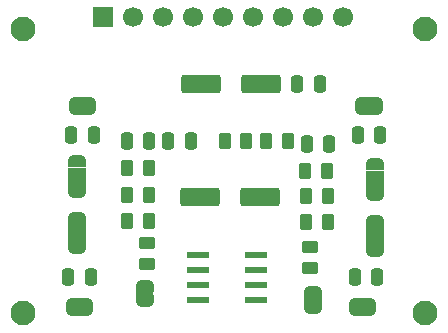
<source format=gbr>
%TF.GenerationSoftware,KiCad,Pcbnew,9.0.5*%
%TF.CreationDate,2025-12-25T12:25:27+05:30*%
%TF.ProjectId,TSH82_Configurable_Op-amp_Board,54534838-325f-4436-9f6e-666967757261,v1.1*%
%TF.SameCoordinates,Original*%
%TF.FileFunction,Soldermask,Top*%
%TF.FilePolarity,Negative*%
%FSLAX46Y46*%
G04 Gerber Fmt 4.6, Leading zero omitted, Abs format (unit mm)*
G04 Created by KiCad (PCBNEW 9.0.5) date 2025-12-25 12:25:27*
%MOMM*%
%LPD*%
G01*
G04 APERTURE LIST*
G04 Aperture macros list*
%AMRoundRect*
0 Rectangle with rounded corners*
0 $1 Rounding radius*
0 $2 $3 $4 $5 $6 $7 $8 $9 X,Y pos of 4 corners*
0 Add a 4 corners polygon primitive as box body*
4,1,4,$2,$3,$4,$5,$6,$7,$8,$9,$2,$3,0*
0 Add four circle primitives for the rounded corners*
1,1,$1+$1,$2,$3*
1,1,$1+$1,$4,$5*
1,1,$1+$1,$6,$7*
1,1,$1+$1,$8,$9*
0 Add four rect primitives between the rounded corners*
20,1,$1+$1,$2,$3,$4,$5,0*
20,1,$1+$1,$4,$5,$6,$7,0*
20,1,$1+$1,$6,$7,$8,$9,0*
20,1,$1+$1,$8,$9,$2,$3,0*%
%AMFreePoly0*
4,1,23,0.500000,-0.750000,0.000000,-0.750000,0.000000,-0.745722,-0.065263,-0.745722,-0.191342,-0.711940,-0.304381,-0.646677,-0.396677,-0.554381,-0.461940,-0.441342,-0.495722,-0.315263,-0.495722,-0.250000,-0.500000,-0.250000,-0.500000,0.250000,-0.495722,0.250000,-0.495722,0.315263,-0.461940,0.441342,-0.396677,0.554381,-0.304381,0.646677,-0.191342,0.711940,-0.065263,0.745722,0.000000,0.745722,
0.000000,0.750000,0.500000,0.750000,0.500000,-0.750000,0.500000,-0.750000,$1*%
%AMFreePoly1*
4,1,23,0.000000,0.745722,0.065263,0.745722,0.191342,0.711940,0.304381,0.646677,0.396677,0.554381,0.461940,0.441342,0.495722,0.315263,0.495722,0.250000,0.500000,0.250000,0.500000,-0.250000,0.495722,-0.250000,0.495722,-0.315263,0.461940,-0.441342,0.396677,-0.554381,0.304381,-0.646677,0.191342,-0.711940,0.065263,-0.745722,0.000000,-0.745722,0.000000,-0.750000,-0.500000,-0.750000,
-0.500000,0.750000,0.000000,0.750000,0.000000,0.745722,0.000000,0.745722,$1*%
%AMFreePoly2*
4,1,23,0.550000,-0.750000,0.000000,-0.750000,0.000000,-0.745722,-0.065263,-0.745722,-0.191342,-0.711940,-0.304381,-0.646677,-0.396677,-0.554381,-0.461940,-0.441342,-0.495722,-0.315263,-0.495722,-0.250000,-0.500000,-0.250000,-0.500000,0.250000,-0.495722,0.250000,-0.495722,0.315263,-0.461940,0.441342,-0.396677,0.554381,-0.304381,0.646677,-0.191342,0.711940,-0.065263,0.745722,0.000000,0.745722,
0.000000,0.750000,0.550000,0.750000,0.550000,-0.750000,0.550000,-0.750000,$1*%
%AMFreePoly3*
4,1,23,0.000000,0.745722,0.065263,0.745722,0.191342,0.711940,0.304381,0.646677,0.396677,0.554381,0.461940,0.441342,0.495722,0.315263,0.495722,0.250000,0.500000,0.250000,0.500000,-0.250000,0.495722,-0.250000,0.495722,-0.315263,0.461940,-0.441342,0.396677,-0.554381,0.304381,-0.646677,0.191342,-0.711940,0.065263,-0.745722,0.000000,-0.745722,0.000000,-0.750000,-0.550000,-0.750000,
-0.550000,0.750000,0.000000,0.750000,0.000000,0.745722,0.000000,0.745722,$1*%
G04 Aperture macros list end*
%ADD10RoundRect,0.250000X-0.250000X-0.475000X0.250000X-0.475000X0.250000X0.475000X-0.250000X0.475000X0*%
%ADD11FreePoly0,90.000000*%
%ADD12FreePoly1,90.000000*%
%ADD13RoundRect,0.250000X0.250000X0.475000X-0.250000X0.475000X-0.250000X-0.475000X0.250000X-0.475000X0*%
%ADD14RoundRect,0.250000X1.412500X0.550000X-1.412500X0.550000X-1.412500X-0.550000X1.412500X-0.550000X0*%
%ADD15RoundRect,0.250000X0.450000X-0.262500X0.450000X0.262500X-0.450000X0.262500X-0.450000X-0.262500X0*%
%ADD16RoundRect,0.250000X0.262500X0.450000X-0.262500X0.450000X-0.262500X-0.450000X0.262500X-0.450000X0*%
%ADD17C,2.100000*%
%ADD18FreePoly2,270.000000*%
%ADD19R,1.500000X1.000000*%
%ADD20FreePoly3,270.000000*%
%ADD21FreePoly0,180.000000*%
%ADD22FreePoly1,180.000000*%
%ADD23RoundRect,0.250000X-0.262500X-0.450000X0.262500X-0.450000X0.262500X0.450000X-0.262500X0.450000X0*%
%ADD24FreePoly0,0.000000*%
%ADD25FreePoly1,0.000000*%
%ADD26R,1.700000X1.700000*%
%ADD27C,1.700000*%
%ADD28R,1.981200X0.533400*%
G04 APERTURE END LIST*
%TO.C,JP4*%
G36*
X149787500Y-105087500D02*
G01*
X151287500Y-105087500D01*
X151287500Y-104787500D01*
X149787500Y-104787500D01*
X149787500Y-105087500D01*
G37*
%TO.C,JP3*%
G36*
X135537500Y-104550000D02*
G01*
X137037500Y-104550000D01*
X137037500Y-104250000D01*
X135537500Y-104250000D01*
X135537500Y-104550000D01*
G37*
%TO.C,JP9*%
G36*
X156537500Y-98750000D02*
G01*
X155037500Y-98750000D01*
X155037500Y-100250000D01*
X156537500Y-100250000D01*
X156537500Y-98750000D01*
G37*
%TO.C,JP6*%
G36*
X155437500Y-89250000D02*
G01*
X155137500Y-89250000D01*
X155137500Y-87750000D01*
X155437500Y-87750000D01*
X155437500Y-89250000D01*
G37*
%TO.C,JP10*%
G36*
X156537500Y-94000000D02*
G01*
X155037500Y-94000000D01*
X155037500Y-95500000D01*
X156537500Y-95500000D01*
X156537500Y-94000000D01*
G37*
%TO.C,JP7*%
G36*
X131287500Y-98500000D02*
G01*
X129787500Y-98500000D01*
X129787500Y-100000000D01*
X131287500Y-100000000D01*
X131287500Y-98500000D01*
G37*
%TO.C,JP5*%
G36*
X154900000Y-106250000D02*
G01*
X154600000Y-106250000D01*
X154600000Y-104750000D01*
X154900000Y-104750000D01*
X154900000Y-106250000D01*
G37*
%TO.C,JP2*%
G36*
X131187500Y-89250000D02*
G01*
X130887500Y-89250000D01*
X130887500Y-87750000D01*
X131187500Y-87750000D01*
X131187500Y-89250000D01*
G37*
%TO.C,JP1*%
G36*
X130637500Y-104750000D02*
G01*
X130937500Y-104750000D01*
X130937500Y-106250000D01*
X130637500Y-106250000D01*
X130637500Y-104750000D01*
G37*
%TO.C,JP8*%
G36*
X131287500Y-93750000D02*
G01*
X129787500Y-93750000D01*
X129787500Y-95250000D01*
X131287500Y-95250000D01*
X131287500Y-93750000D01*
G37*
%TD*%
D10*
%TO.C,C2*%
X150037500Y-91750000D03*
X151937500Y-91750000D03*
%TD*%
D11*
%TO.C,JP4*%
X150537500Y-105587500D03*
D12*
X150537500Y-104287500D03*
%TD*%
D13*
%TO.C,C4*%
X155987500Y-103000000D03*
X154087500Y-103000000D03*
%TD*%
D14*
%TO.C,C10*%
X146075000Y-96250000D03*
X141000000Y-96250000D03*
%TD*%
D15*
%TO.C,R7*%
X150287500Y-102250000D03*
X150287500Y-100425000D03*
%TD*%
D16*
%TO.C,R9*%
X144912500Y-91500000D03*
X143087500Y-91500000D03*
%TD*%
D11*
%TO.C,JP3*%
X136287500Y-105050000D03*
D12*
X136287500Y-103750000D03*
%TD*%
D15*
%TO.C,R5*%
X136500000Y-101912500D03*
X136500000Y-100087500D03*
%TD*%
D13*
%TO.C,C6*%
X156237500Y-91000000D03*
X154337500Y-91000000D03*
%TD*%
D17*
%TO.C,H4*%
X126000000Y-106000000D03*
%TD*%
D18*
%TO.C,JP9*%
X155787500Y-98200000D03*
D19*
X155787500Y-99500000D03*
D20*
X155787500Y-100800000D03*
%TD*%
D10*
%TO.C,C7*%
X149225000Y-86625000D03*
X151125000Y-86625000D03*
%TD*%
D21*
%TO.C,JP6*%
X155937500Y-88500000D03*
D22*
X154637500Y-88500000D03*
%TD*%
D23*
%TO.C,R6*%
X134837500Y-93750000D03*
X136662500Y-93750000D03*
%TD*%
%TO.C,R1*%
X134837500Y-96000000D03*
X136662500Y-96000000D03*
%TD*%
D16*
%TO.C,R8*%
X151700000Y-94000000D03*
X149875000Y-94000000D03*
%TD*%
D13*
%TO.C,C8*%
X140200000Y-91500000D03*
X138300000Y-91500000D03*
%TD*%
D18*
%TO.C,JP10*%
X155787500Y-93450000D03*
D19*
X155787500Y-94750000D03*
D20*
X155787500Y-96050000D03*
%TD*%
D18*
%TO.C,JP7*%
X130537500Y-97950000D03*
D19*
X130537500Y-99250000D03*
D20*
X130537500Y-100550000D03*
%TD*%
D16*
%TO.C,R10*%
X148412500Y-91500000D03*
X146587500Y-91500000D03*
%TD*%
D21*
%TO.C,JP5*%
X155400000Y-105500000D03*
D22*
X154100000Y-105500000D03*
%TD*%
D21*
%TO.C,JP2*%
X131687500Y-88500000D03*
D22*
X130387500Y-88500000D03*
%TD*%
D13*
%TO.C,C1*%
X136700000Y-91500000D03*
X134800000Y-91500000D03*
%TD*%
D17*
%TO.C,H3*%
X160000000Y-106000000D03*
%TD*%
D13*
%TO.C,C5*%
X131987500Y-91000000D03*
X130087500Y-91000000D03*
%TD*%
D17*
%TO.C,H1*%
X126000000Y-82000000D03*
%TD*%
D23*
%TO.C,R4*%
X149962500Y-96087500D03*
X151787500Y-96087500D03*
%TD*%
D10*
%TO.C,C3*%
X129837500Y-103000000D03*
X131737500Y-103000000D03*
%TD*%
D23*
%TO.C,R3*%
X149962500Y-98337500D03*
X151787500Y-98337500D03*
%TD*%
D14*
%TO.C,C9*%
X146162500Y-86625000D03*
X141087500Y-86625000D03*
%TD*%
D24*
%TO.C,JP1*%
X130137500Y-105500000D03*
D25*
X131437500Y-105500000D03*
%TD*%
D23*
%TO.C,R2*%
X134837500Y-98250000D03*
X136662500Y-98250000D03*
%TD*%
D26*
%TO.C,J1*%
X132760000Y-81000000D03*
D27*
X135300000Y-81000000D03*
X137840000Y-81000000D03*
X140380000Y-81000000D03*
X142920000Y-81000000D03*
X145460000Y-81000000D03*
X148000000Y-81000000D03*
X150540000Y-81000000D03*
X153080000Y-81000000D03*
%TD*%
D28*
%TO.C,U1*%
X140823700Y-101095000D03*
X140823700Y-102365000D03*
X140823700Y-103635000D03*
X140823700Y-104905000D03*
X145751300Y-104905000D03*
X145751300Y-103635000D03*
X145751300Y-102365000D03*
X145751300Y-101095000D03*
%TD*%
D17*
%TO.C,H2*%
X160000000Y-82000000D03*
%TD*%
D18*
%TO.C,JP8*%
X130537500Y-93200000D03*
D19*
X130537500Y-94500000D03*
D20*
X130537500Y-95800000D03*
%TD*%
M02*

</source>
